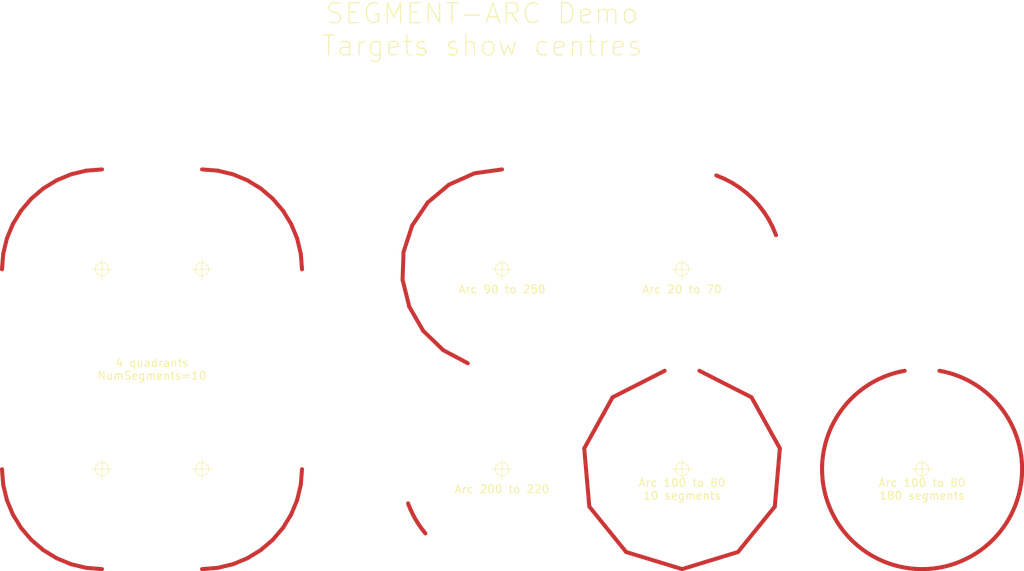
<source format=kicad_pcb>
(
kicad_pcb (version 4) (host pcbnew 4.0.4-stable)

  (general
    (links 0)
    (no_connects 0)
    (area 0 0 0 0)
    (thickness 1.6)
    (drawings 0)
    (tracks 0)
    (zones 0)
    (modules 1)
    (nets 1)
  )

  (page A4)
  (layers
    (0 F.Cu signal)
    (31 B.Cu signal)
    (32 B.Adhes user)
    (33 F.Adhes user)
    (34 B.Paste user)
    (35 F.Paste user)
    (36 B.SilkS user)
    (37 F.SilkS user)
    (38 B.Mask user)
    (39 F.Mask user)
    (40 Dwgs.User user)
    (41 Cmts.User user)
    (42 Eco1.User user)
    (43 Eco2.User user)
    (44 Edge.Cuts user)
    (45 Margin user)
    (46 B.CrtYd user)
    (47 F.CrtYd user)
    (48 B.Fab user)
    (49 F.Fab user)
  )

  (setup
    (last_trace_width 0.25)
    (trace_clearance 0.2)
    (zone_clearance 0.508)
    (zone_45_only no)
    (trace_min 0.2)
    (segment_width 0.2)
    (edge_width 0.15)
    (via_size 0.6)
    (via_drill 0.4)
    (via_min_size 0.4)
    (via_min_drill 0.3)
    (uvia_size 0.3)
    (uvia_drill 0.1)
    (uvias_allowed no)
    (uvia_min_size 0.2)
    (uvia_min_drill 0.1)
    (pcb_text_width 0.3)
    (pcb_text_size 1.5 1.5)
    (mod_edge_width 0.15)
    (mod_text_size 1 1)
    (mod_text_width 0.15)
    (pad_size 1.524 1.524)
    (pad_drill 0.762)
    (pad_to_mask_clearance 0.2)
    (aux_axis_origin 0 0)
    (visible_elements FFFFFF7F)
    (pcbplotparams
      (layerselection 0x00030_80000001)
      (usegerberextensions false)
      (excludeedgelayer true)
      (linewidth 0.100000)
      (plotframeref false)
      (viasonmask false)
      (mode 1)
      (useauxorigin false)
      (hpglpennumber 1)
      (hpglpenspeed 20)
      (hpglpendiameter 15)
      (hpglpenoverlay 2)
      (psnegative false)
      (psa4output false)
      (plotreference true)
      (plotvalue true)
      (plotinvisibletext false)
      (padsonsilk false)
      (subtractmaskfromsilk false)
      (outputformat 1)
      (mirror false)
      (drillshape 1)
      (scaleselection 1)
      (outputdirectory ""))
  )

  (net 0 "")

  (net_class Default "This is the default net class."
    (clearance 0.25)
    (trace_width 0.25)
    (via_dia 0.6)
    (via_drill 0.4)
    (uvia_dia 0.3)
    (uvia_drill 0.1)
  )



 (gr_text "SEGMENT-ARC Demo\nTargets show centres" (at 145.0000 20.0000 0.0000) (layer F.SilkS)
    (effects (font (size 5.0000 5.0000) (thickness .25))  )
  )


(segment (start 100.0000 80.0000) (end 99.6922 76.0891) (width 1.0000) (layer F.Cu) (net 0))

(segment (start 99.6922 76.0891) (end 98.7764 72.2746) (width 1.0000) (layer F.Cu) (net 0))

(segment (start 98.7764 72.2746) (end 97.2752 68.6502) (width 1.0000) (layer F.Cu) (net 0))

(segment (start 97.2752 68.6502) (end 95.2254 65.3054) (width 1.0000) (layer F.Cu) (net 0))

(segment (start 95.2254 65.3054) (end 92.6777 62.3223) (width 1.0000) (layer F.Cu) (net 0))

(segment (start 92.6777 62.3223) (end 89.6946 59.7746) (width 1.0000) (layer F.Cu) (net 0))

(segment (start 89.6946 59.7746) (end 86.3498 57.7248) (width 1.0000) (layer F.Cu) (net 0))

(segment (start 86.3498 57.7248) (end 82.7254 56.2236) (width 1.0000) (layer F.Cu) (net 0))

(segment (start 82.7254 56.2236) (end 78.9109 55.3078) (width 1.0000) (layer F.Cu) (net 0))

(segment (start 78.9109 55.3078) (end 75.0000 55.0000) (width 1.0000) (layer F.Cu) (net 0))
(target plus (at 75.0000 80.0000) (size 5.0000) (width 0.1500) (layer F.SilkS))


(segment (start 50.0000 55.0000) (end 46.0891 55.3078) (width 1.0000) (layer F.Cu) (net 0))

(segment (start 46.0891 55.3078) (end 42.2746 56.2236) (width 1.0000) (layer F.Cu) (net 0))

(segment (start 42.2746 56.2236) (end 38.6502 57.7248) (width 1.0000) (layer F.Cu) (net 0))

(segment (start 38.6502 57.7248) (end 35.3054 59.7746) (width 1.0000) (layer F.Cu) (net 0))

(segment (start 35.3054 59.7746) (end 32.3223 62.3223) (width 1.0000) (layer F.Cu) (net 0))

(segment (start 32.3223 62.3223) (end 29.7746 65.3054) (width 1.0000) (layer F.Cu) (net 0))

(segment (start 29.7746 65.3054) (end 27.7248 68.6502) (width 1.0000) (layer F.Cu) (net 0))

(segment (start 27.7248 68.6502) (end 26.2236 72.2746) (width 1.0000) (layer F.Cu) (net 0))

(segment (start 26.2236 72.2746) (end 25.3078 76.0891) (width 1.0000) (layer F.Cu) (net 0))

(segment (start 25.3078 76.0891) (end 25.0000 80.0000) (width 1.0000) (layer F.Cu) (net 0))
(target plus (at 50.0000 80.0000) (size 5.0000) (width 0.1500) (layer F.SilkS))


(segment (start 25.0000 130.0000) (end 25.3078 133.9109) (width 1.0000) (layer F.Cu) (net 0))

(segment (start 25.3078 133.9109) (end 26.2236 137.7254) (width 1.0000) (layer F.Cu) (net 0))

(segment (start 26.2236 137.7254) (end 27.7248 141.3498) (width 1.0000) (layer F.Cu) (net 0))

(segment (start 27.7248 141.3498) (end 29.7746 144.6946) (width 1.0000) (layer F.Cu) (net 0))

(segment (start 29.7746 144.6946) (end 32.3223 147.6777) (width 1.0000) (layer F.Cu) (net 0))

(segment (start 32.3223 147.6777) (end 35.3054 150.2254) (width 1.0000) (layer F.Cu) (net 0))

(segment (start 35.3054 150.2254) (end 38.6502 152.2752) (width 1.0000) (layer F.Cu) (net 0))

(segment (start 38.6502 152.2752) (end 42.2746 153.7764) (width 1.0000) (layer F.Cu) (net 0))

(segment (start 42.2746 153.7764) (end 46.0891 154.6922) (width 1.0000) (layer F.Cu) (net 0))

(segment (start 46.0891 154.6922) (end 50.0000 155.0000) (width 1.0000) (layer F.Cu) (net 0))
(target plus (at 50.0000 130.0000) (size 5.0000) (width 0.1500) (layer F.SilkS))


(segment (start 75.0000 155.0000) (end 78.9109 154.6922) (width 1.0000) (layer F.Cu) (net 0))

(segment (start 78.9109 154.6922) (end 82.7254 153.7764) (width 1.0000) (layer F.Cu) (net 0))

(segment (start 82.7254 153.7764) (end 86.3498 152.2752) (width 1.0000) (layer F.Cu) (net 0))

(segment (start 86.3498 152.2752) (end 89.6946 150.2254) (width 1.0000) (layer F.Cu) (net 0))

(segment (start 89.6946 150.2254) (end 92.6777 147.6777) (width 1.0000) (layer F.Cu) (net 0))

(segment (start 92.6777 147.6777) (end 95.2254 144.6946) (width 1.0000) (layer F.Cu) (net 0))

(segment (start 95.2254 144.6946) (end 97.2752 141.3498) (width 1.0000) (layer F.Cu) (net 0))

(segment (start 97.2752 141.3498) (end 98.7764 137.7254) (width 1.0000) (layer F.Cu) (net 0))

(segment (start 98.7764 137.7254) (end 99.6922 133.9109) (width 1.0000) (layer F.Cu) (net 0))

(segment (start 99.6922 133.9109) (end 100.0000 130.0000) (width 1.0000) (layer F.Cu) (net 0))
(target plus (at 75.0000 130.0000) (size 5.0000) (width 0.1500) (layer F.SilkS))
 (gr_text "4 quadrants\nNumSegments=10" (at 62.5000 105.0000 0.0000) (layer F.SilkS)
    (effects (font (size 2.0000 2.0000) (thickness .25))  )
  )


(segment (start 150.0000 55.0000) (end 143.1091 55.9685) (width 1.0000) (layer F.Cu) (net 0))

(segment (start 143.1091 55.9685) (end 136.7520 58.7988) (width 1.0000) (layer F.Cu) (net 0))

(segment (start 136.7520 58.7988) (end 131.4214 63.2717) (width 1.0000) (layer F.Cu) (net 0))

(segment (start 131.4214 63.2717) (end 127.5301 69.0407) (width 1.0000) (layer F.Cu) (net 0))

(segment (start 127.5301 69.0407) (end 125.3798 75.6588) (width 1.0000) (layer F.Cu) (net 0))

(segment (start 125.3798 75.6588) (end 125.1370 82.6132) (width 1.0000) (layer F.Cu) (net 0))

(segment (start 125.1370 82.6132) (end 126.8204 89.3652) (width 1.0000) (layer F.Cu) (net 0))

(segment (start 126.8204 89.3652) (end 130.2997 95.3915) (width 1.0000) (layer F.Cu) (net 0))

(segment (start 130.2997 95.3915) (end 135.3054 100.2254) (width 1.0000) (layer F.Cu) (net 0))

(segment (start 135.3054 100.2254) (end 141.4495 103.4923) (width 1.0000) (layer F.Cu) (net 0))
(target plus (at 150.0000 80.0000) (size 5.0000) (width 0.1500) (layer F.SilkS))
 (gr_text "Arc 90 to 250" (at 150.0000 85.0000 0.0000) (layer F.SilkS)
    (effects (font (size 2.0000 2.0000) (thickness .25))  )
  )


(segment (start 218.4923 71.4495) (end 217.6577 69.4345) (width 1.0000) (layer F.Cu) (net 0))

(segment (start 217.6577 69.4345) (end 216.6506 67.5000) (width 1.0000) (layer F.Cu) (net 0))

(segment (start 216.6506 67.5000) (end 215.4788 65.6606) (width 1.0000) (layer F.Cu) (net 0))

(segment (start 215.4788 65.6606) (end 214.1511 63.9303) (width 1.0000) (layer F.Cu) (net 0))

(segment (start 214.1511 63.9303) (end 212.6777 62.3223) (width 1.0000) (layer F.Cu) (net 0))

(segment (start 212.6777 62.3223) (end 211.0697 60.8489) (width 1.0000) (layer F.Cu) (net 0))

(segment (start 211.0697 60.8489) (end 209.3394 59.5212) (width 1.0000) (layer F.Cu) (net 0))

(segment (start 209.3394 59.5212) (end 207.5000 58.3494) (width 1.0000) (layer F.Cu) (net 0))

(segment (start 207.5000 58.3494) (end 205.5655 57.3423) (width 1.0000) (layer F.Cu) (net 0))

(segment (start 205.5655 57.3423) (end 203.5505 56.5077) (width 1.0000) (layer F.Cu) (net 0))
(target plus (at 195.0000 80.0000) (size 5.0000) (width 0.1500) (layer F.SilkS))
 (gr_text "Arc 20 to 70" (at 195.0000 85.0000 0.0000) (layer F.SilkS)
    (effects (font (size 2.0000 2.0000) (thickness .25))  )
  )


(segment (start 126.5077 138.5505) (end 126.8204 139.3652) (width 1.0000) (layer F.Cu) (net 0))

(segment (start 126.8204 139.3652) (end 127.1614 140.1684) (width 1.0000) (layer F.Cu) (net 0))

(segment (start 127.1614 140.1684) (end 127.5301 140.9593) (width 1.0000) (layer F.Cu) (net 0))

(segment (start 127.5301 140.9593) (end 127.9263 141.7368) (width 1.0000) (layer F.Cu) (net 0))

(segment (start 127.9263 141.7368) (end 128.3494 142.5000) (width 1.0000) (layer F.Cu) (net 0))

(segment (start 128.3494 142.5000) (end 128.7988 143.2480) (width 1.0000) (layer F.Cu) (net 0))

(segment (start 128.7988 143.2480) (end 129.2741 143.9798) (width 1.0000) (layer F.Cu) (net 0))

(segment (start 129.2741 143.9798) (end 129.7746 144.6946) (width 1.0000) (layer F.Cu) (net 0))

(segment (start 129.7746 144.6946) (end 130.2997 145.3915) (width 1.0000) (layer F.Cu) (net 0))

(segment (start 130.2997 145.3915) (end 130.8489 146.0697) (width 1.0000) (layer F.Cu) (net 0))
(target plus (at 150.0000 130.0000) (size 5.0000) (width 0.1500) (layer F.SilkS))
 (gr_text "Arc 200 to 220" (at 150.0000 135.0000 0.0000) (layer F.SilkS)
    (effects (font (size 2.0000 2.0000) (thickness .25))  )
  )


(segment (start 190.6588 105.3798) (end 177.6335 112.0165) (width 1.0000) (layer F.Cu) (net 0))

(segment (start 177.6335 112.0165) (end 170.5463 124.8022) (width 1.0000) (layer F.Cu) (net 0))

(segment (start 170.5463 124.8022) (end 171.8204 139.3652) (width 1.0000) (layer F.Cu) (net 0))

(segment (start 171.8204 139.3652) (end 181.0202 150.7259) (width 1.0000) (layer F.Cu) (net 0))

(segment (start 181.0202 150.7259) (end 195.0000 155.0000) (width 1.0000) (layer F.Cu) (net 0))

(segment (start 195.0000 155.0000) (end 208.9798 150.7259) (width 1.0000) (layer F.Cu) (net 0))

(segment (start 208.9798 150.7259) (end 218.1796 139.3652) (width 1.0000) (layer F.Cu) (net 0))

(segment (start 218.1796 139.3652) (end 219.4537 124.8022) (width 1.0000) (layer F.Cu) (net 0))

(segment (start 219.4537 124.8022) (end 212.3665 112.0165) (width 1.0000) (layer F.Cu) (net 0))

(segment (start 212.3665 112.0165) (end 199.3412 105.3798) (width 1.0000) (layer F.Cu) (net 0))
(target plus (at 195.0000 130.0000) (size 5.0000) (width 0.1500) (layer F.SilkS))
 (gr_text "Arc 100 to 80\n10 segments" (at 195.0000 135.0000 0.0000) (layer F.SilkS)
    (effects (font (size 2.0000 2.0000) (thickness .25))  )
  )


(segment (start 250.6588 105.3798) (end 249.8496 105.5363) (width 1.0000) (layer F.Cu) (net 0))

(segment (start 249.8496 105.5363) (end 249.0461 105.7193) (width 1.0000) (layer F.Cu) (net 0))

(segment (start 249.0461 105.7193) (end 248.2490 105.9288) (width 1.0000) (layer F.Cu) (net 0))

(segment (start 248.2490 105.9288) (end 247.4592 106.1644) (width 1.0000) (layer F.Cu) (net 0))

(segment (start 247.4592 106.1644) (end 246.6777 106.4259) (width 1.0000) (layer F.Cu) (net 0))

(segment (start 246.6777 106.4259) (end 245.9052 106.7130) (width 1.0000) (layer F.Cu) (net 0))

(segment (start 245.9052 106.7130) (end 245.1425 107.0254) (width 1.0000) (layer F.Cu) (net 0))

(segment (start 245.1425 107.0254) (end 244.3906 107.3628) (width 1.0000) (layer F.Cu) (net 0))

(segment (start 244.3906 107.3628) (end 243.6502 107.7248) (width 1.0000) (layer F.Cu) (net 0))

(segment (start 243.6502 107.7248) (end 242.9222 108.1110) (width 1.0000) (layer F.Cu) (net 0))

(segment (start 242.9222 108.1110) (end 242.2073 108.5210) (width 1.0000) (layer F.Cu) (net 0))

(segment (start 242.2073 108.5210) (end 241.5062 108.9544) (width 1.0000) (layer F.Cu) (net 0))

(segment (start 241.5062 108.9544) (end 240.8199 109.4106) (width 1.0000) (layer F.Cu) (net 0))

(segment (start 240.8199 109.4106) (end 240.1489 109.8892) (width 1.0000) (layer F.Cu) (net 0))

(segment (start 240.1489 109.8892) (end 239.4941 110.3896) (width 1.0000) (layer F.Cu) (net 0))

(segment (start 239.4941 110.3896) (end 238.8562 110.9114) (width 1.0000) (layer F.Cu) (net 0))

(segment (start 238.8562 110.9114) (end 238.2357 111.4539) (width 1.0000) (layer F.Cu) (net 0))

(segment (start 238.2357 111.4539) (end 237.6335 112.0165) (width 1.0000) (layer F.Cu) (net 0))

(segment (start 237.6335 112.0165) (end 237.0502 112.5987) (width 1.0000) (layer F.Cu) (net 0))

(segment (start 237.0502 112.5987) (end 236.4864 113.1998) (width 1.0000) (layer F.Cu) (net 0))

(segment (start 236.4864 113.1998) (end 235.9427 113.8192) (width 1.0000) (layer F.Cu) (net 0))

(segment (start 235.9427 113.8192) (end 235.4197 114.4561) (width 1.0000) (layer F.Cu) (net 0))

(segment (start 235.4197 114.4561) (end 234.9180 115.1100) (width 1.0000) (layer F.Cu) (net 0))

(segment (start 234.9180 115.1100) (end 234.4381 115.7800) (width 1.0000) (layer F.Cu) (net 0))

(segment (start 234.4381 115.7800) (end 233.9806 116.4654) (width 1.0000) (layer F.Cu) (net 0))

(segment (start 233.9806 116.4654) (end 233.5459 117.1656) (width 1.0000) (layer F.Cu) (net 0))

(segment (start 233.5459 117.1656) (end 233.1345 117.8798) (width 1.0000) (layer F.Cu) (net 0))

(segment (start 233.1345 117.8798) (end 232.7469 118.6071) (width 1.0000) (layer F.Cu) (net 0))

(segment (start 232.7469 118.6071) (end 232.3835 119.3467) (width 1.0000) (layer F.Cu) (net 0))

(segment (start 232.3835 119.3467) (end 232.0446 120.0980) (width 1.0000) (layer F.Cu) (net 0))

(segment (start 232.0446 120.0980) (end 231.7307 120.8600) (width 1.0000) (layer F.Cu) (net 0))

(segment (start 231.7307 120.8600) (end 231.4421 121.6320) (width 1.0000) (layer F.Cu) (net 0))

(segment (start 231.4421 121.6320) (end 231.1790 122.4130) (width 1.0000) (layer F.Cu) (net 0))

(segment (start 231.1790 122.4130) (end 230.9419 123.2023) (width 1.0000) (layer F.Cu) (net 0))

(segment (start 230.9419 123.2023) (end 230.7309 123.9990) (width 1.0000) (layer F.Cu) (net 0))

(segment (start 230.7309 123.9990) (end 230.5463 124.8022) (width 1.0000) (layer F.Cu) (net 0))

(segment (start 230.5463 124.8022) (end 230.3883 125.6111) (width 1.0000) (layer F.Cu) (net 0))

(segment (start 230.3883 125.6111) (end 230.2570 126.4247) (width 1.0000) (layer F.Cu) (net 0))

(segment (start 230.2570 126.4247) (end 230.1526 127.2422) (width 1.0000) (layer F.Cu) (net 0))

(segment (start 230.1526 127.2422) (end 230.0752 128.0627) (width 1.0000) (layer F.Cu) (net 0))

(segment (start 230.0752 128.0627) (end 230.0249 128.8853) (width 1.0000) (layer F.Cu) (net 0))

(segment (start 230.0249 128.8853) (end 230.0017 129.7091) (width 1.0000) (layer F.Cu) (net 0))

(segment (start 230.0017 129.7091) (end 230.0057 130.5333) (width 1.0000) (layer F.Cu) (net 0))

(segment (start 230.0057 130.5333) (end 230.0368 131.3568) (width 1.0000) (layer F.Cu) (net 0))

(segment (start 230.0368 131.3568) (end 230.0951 132.1789) (width 1.0000) (layer F.Cu) (net 0))

(segment (start 230.0951 132.1789) (end 230.1805 132.9986) (width 1.0000) (layer F.Cu) (net 0))

(segment (start 230.1805 132.9986) (end 230.2928 133.8151) (width 1.0000) (layer F.Cu) (net 0))

(segment (start 230.2928 133.8151) (end 230.4320 134.6274) (width 1.0000) (layer F.Cu) (net 0))

(segment (start 230.4320 134.6274) (end 230.5979 135.4347) (width 1.0000) (layer F.Cu) (net 0))

(segment (start 230.5979 135.4347) (end 230.7903 136.2360) (width 1.0000) (layer F.Cu) (net 0))

(segment (start 230.7903 136.2360) (end 231.0090 137.0306) (width 1.0000) (layer F.Cu) (net 0))

(segment (start 231.0090 137.0306) (end 231.2537 137.8176) (width 1.0000) (layer F.Cu) (net 0))

(segment (start 231.2537 137.8176) (end 231.5243 138.5960) (width 1.0000) (layer F.Cu) (net 0))

(segment (start 231.5243 138.5960) (end 231.8204 139.3652) (width 1.0000) (layer F.Cu) (net 0))

(segment (start 231.8204 139.3652) (end 232.1417 140.1241) (width 1.0000) (layer F.Cu) (net 0))

(segment (start 232.1417 140.1241) (end 232.4878 140.8720) (width 1.0000) (layer F.Cu) (net 0))

(segment (start 232.4878 140.8720) (end 232.8584 141.6082) (width 1.0000) (layer F.Cu) (net 0))

(segment (start 232.8584 141.6082) (end 233.2531 142.3317) (width 1.0000) (layer F.Cu) (net 0))

(segment (start 233.2531 142.3317) (end 233.6713 143.0418) (width 1.0000) (layer F.Cu) (net 0))

(segment (start 233.6713 143.0418) (end 234.1128 143.7377) (width 1.0000) (layer F.Cu) (net 0))

(segment (start 234.1128 143.7377) (end 234.5770 144.4187) (width 1.0000) (layer F.Cu) (net 0))

(segment (start 234.5770 144.4187) (end 235.0633 145.0841) (width 1.0000) (layer F.Cu) (net 0))

(segment (start 235.0633 145.0841) (end 235.5714 145.7330) (width 1.0000) (layer F.Cu) (net 0))

(segment (start 235.5714 145.7330) (end 236.1005 146.3649) (width 1.0000) (layer F.Cu) (net 0))

(segment (start 236.1005 146.3649) (end 236.6502 146.9789) (width 1.0000) (layer F.Cu) (net 0))

(segment (start 236.6502 146.9789) (end 237.2198 147.5745) (width 1.0000) (layer F.Cu) (net 0))

(segment (start 237.2198 147.5745) (end 237.8087 148.1510) (width 1.0000) (layer F.Cu) (net 0))

(segment (start 237.8087 148.1510) (end 238.4164 148.7078) (width 1.0000) (layer F.Cu) (net 0))

(segment (start 238.4164 148.7078) (end 239.0420 149.2443) (width 1.0000) (layer F.Cu) (net 0))

(segment (start 239.0420 149.2443) (end 239.6850 149.7598) (width 1.0000) (layer F.Cu) (net 0))

(segment (start 239.6850 149.7598) (end 240.3446 150.2539) (width 1.0000) (layer F.Cu) (net 0))

(segment (start 240.3446 150.2539) (end 241.0202 150.7259) (width 1.0000) (layer F.Cu) (net 0))

(segment (start 241.0202 150.7259) (end 241.7109 151.1755) (width 1.0000) (layer F.Cu) (net 0))

(segment (start 241.7109 151.1755) (end 242.4161 151.6020) (width 1.0000) (layer F.Cu) (net 0))

(segment (start 242.4161 151.6020) (end 243.1350 152.0050) (width 1.0000) (layer F.Cu) (net 0))

(segment (start 243.1350 152.0050) (end 243.8668 152.3842) (width 1.0000) (layer F.Cu) (net 0))

(segment (start 243.8668 152.3842) (end 244.6106 152.7390) (width 1.0000) (layer F.Cu) (net 0))

(segment (start 244.6106 152.7390) (end 245.3658 153.0691) (width 1.0000) (layer F.Cu) (net 0))

(segment (start 245.3658 153.0691) (end 246.1314 153.3741) (width 1.0000) (layer F.Cu) (net 0))

(segment (start 246.1314 153.3741) (end 246.9067 153.6537) (width 1.0000) (layer F.Cu) (net 0))

(segment (start 246.9067 153.6537) (end 247.6907 153.9076) (width 1.0000) (layer F.Cu) (net 0))

(segment (start 247.6907 153.9076) (end 248.4827 154.1356) (width 1.0000) (layer F.Cu) (net 0))

(segment (start 248.4827 154.1356) (end 249.2818 154.3373) (width 1.0000) (layer F.Cu) (net 0))

(segment (start 249.2818 154.3373) (end 250.0871 154.5125) (width 1.0000) (layer F.Cu) (net 0))

(segment (start 250.0871 154.5125) (end 250.8977 154.6611) (width 1.0000) (layer F.Cu) (net 0))

(segment (start 250.8977 154.6611) (end 251.7128 154.7829) (width 1.0000) (layer F.Cu) (net 0))

(segment (start 251.7128 154.7829) (end 252.5315 154.8778) (width 1.0000) (layer F.Cu) (net 0))

(segment (start 252.5315 154.8778) (end 253.3528 154.9457) (width 1.0000) (layer F.Cu) (net 0))

(segment (start 253.3528 154.9457) (end 254.1760 154.9864) (width 1.0000) (layer F.Cu) (net 0))

(segment (start 254.1760 154.9864) (end 255.0000 155.0000) (width 1.0000) (layer F.Cu) (net 0))

(segment (start 255.0000 155.0000) (end 255.8240 154.9864) (width 1.0000) (layer F.Cu) (net 0))

(segment (start 255.8240 154.9864) (end 256.6472 154.9457) (width 1.0000) (layer F.Cu) (net 0))

(segment (start 256.6472 154.9457) (end 257.4685 154.8778) (width 1.0000) (layer F.Cu) (net 0))

(segment (start 257.4685 154.8778) (end 258.2872 154.7829) (width 1.0000) (layer F.Cu) (net 0))

(segment (start 258.2872 154.7829) (end 259.1023 154.6611) (width 1.0000) (layer F.Cu) (net 0))

(segment (start 259.1023 154.6611) (end 259.9129 154.5125) (width 1.0000) (layer F.Cu) (net 0))

(segment (start 259.9129 154.5125) (end 260.7182 154.3373) (width 1.0000) (layer F.Cu) (net 0))

(segment (start 260.7182 154.3373) (end 261.5173 154.1356) (width 1.0000) (layer F.Cu) (net 0))

(segment (start 261.5173 154.1356) (end 262.3093 153.9076) (width 1.0000) (layer F.Cu) (net 0))

(segment (start 262.3093 153.9076) (end 263.0933 153.6537) (width 1.0000) (layer F.Cu) (net 0))

(segment (start 263.0933 153.6537) (end 263.8686 153.3741) (width 1.0000) (layer F.Cu) (net 0))

(segment (start 263.8686 153.3741) (end 264.6342 153.0691) (width 1.0000) (layer F.Cu) (net 0))

(segment (start 264.6342 153.0691) (end 265.3894 152.7390) (width 1.0000) (layer F.Cu) (net 0))

(segment (start 265.3894 152.7390) (end 266.1332 152.3842) (width 1.0000) (layer F.Cu) (net 0))

(segment (start 266.1332 152.3842) (end 266.8650 152.0050) (width 1.0000) (layer F.Cu) (net 0))

(segment (start 266.8650 152.0050) (end 267.5839 151.6020) (width 1.0000) (layer F.Cu) (net 0))

(segment (start 267.5839 151.6020) (end 268.2891 151.1755) (width 1.0000) (layer F.Cu) (net 0))

(segment (start 268.2891 151.1755) (end 268.9798 150.7259) (width 1.0000) (layer F.Cu) (net 0))

(segment (start 268.9798 150.7259) (end 269.6554 150.2539) (width 1.0000) (layer F.Cu) (net 0))

(segment (start 269.6554 150.2539) (end 270.3150 149.7598) (width 1.0000) (layer F.Cu) (net 0))

(segment (start 270.3150 149.7598) (end 270.9580 149.2443) (width 1.0000) (layer F.Cu) (net 0))

(segment (start 270.9580 149.2443) (end 271.5836 148.7078) (width 1.0000) (layer F.Cu) (net 0))

(segment (start 271.5836 148.7078) (end 272.1913 148.1510) (width 1.0000) (layer F.Cu) (net 0))

(segment (start 272.1913 148.1510) (end 272.7802 147.5745) (width 1.0000) (layer F.Cu) (net 0))

(segment (start 272.7802 147.5745) (end 273.3498 146.9789) (width 1.0000) (layer F.Cu) (net 0))

(segment (start 273.3498 146.9789) (end 273.8995 146.3649) (width 1.0000) (layer F.Cu) (net 0))

(segment (start 273.8995 146.3649) (end 274.4286 145.7330) (width 1.0000) (layer F.Cu) (net 0))

(segment (start 274.4286 145.7330) (end 274.9367 145.0841) (width 1.0000) (layer F.Cu) (net 0))

(segment (start 274.9367 145.0841) (end 275.4230 144.4187) (width 1.0000) (layer F.Cu) (net 0))

(segment (start 275.4230 144.4187) (end 275.8872 143.7377) (width 1.0000) (layer F.Cu) (net 0))

(segment (start 275.8872 143.7377) (end 276.3287 143.0418) (width 1.0000) (layer F.Cu) (net 0))

(segment (start 276.3287 143.0418) (end 276.7469 142.3317) (width 1.0000) (layer F.Cu) (net 0))

(segment (start 276.7469 142.3317) (end 277.1416 141.6082) (width 1.0000) (layer F.Cu) (net 0))

(segment (start 277.1416 141.6082) (end 277.5122 140.8720) (width 1.0000) (layer F.Cu) (net 0))

(segment (start 277.5122 140.8720) (end 277.8583 140.1241) (width 1.0000) (layer F.Cu) (net 0))

(segment (start 277.8583 140.1241) (end 278.1796 139.3652) (width 1.0000) (layer F.Cu) (net 0))

(segment (start 278.1796 139.3652) (end 278.4757 138.5960) (width 1.0000) (layer F.Cu) (net 0))

(segment (start 278.4757 138.5960) (end 278.7463 137.8176) (width 1.0000) (layer F.Cu) (net 0))

(segment (start 278.7463 137.8176) (end 278.9910 137.0306) (width 1.0000) (layer F.Cu) (net 0))

(segment (start 278.9910 137.0306) (end 279.2097 136.2360) (width 1.0000) (layer F.Cu) (net 0))

(segment (start 279.2097 136.2360) (end 279.4021 135.4347) (width 1.0000) (layer F.Cu) (net 0))

(segment (start 279.4021 135.4347) (end 279.5680 134.6274) (width 1.0000) (layer F.Cu) (net 0))

(segment (start 279.5680 134.6274) (end 279.7072 133.8151) (width 1.0000) (layer F.Cu) (net 0))

(segment (start 279.7072 133.8151) (end 279.8195 132.9986) (width 1.0000) (layer F.Cu) (net 0))

(segment (start 279.8195 132.9986) (end 279.9049 132.1789) (width 1.0000) (layer F.Cu) (net 0))

(segment (start 279.9049 132.1789) (end 279.9632 131.3568) (width 1.0000) (layer F.Cu) (net 0))

(segment (start 279.9632 131.3568) (end 279.9943 130.5333) (width 1.0000) (layer F.Cu) (net 0))

(segment (start 279.9943 130.5333) (end 279.9983 129.7091) (width 1.0000) (layer F.Cu) (net 0))

(segment (start 279.9983 129.7091) (end 279.9751 128.8853) (width 1.0000) (layer F.Cu) (net 0))

(segment (start 279.9751 128.8853) (end 279.9248 128.0627) (width 1.0000) (layer F.Cu) (net 0))

(segment (start 279.9248 128.0627) (end 279.8474 127.2422) (width 1.0000) (layer F.Cu) (net 0))

(segment (start 279.8474 127.2422) (end 279.7430 126.4247) (width 1.0000) (layer F.Cu) (net 0))

(segment (start 279.7430 126.4247) (end 279.6117 125.6111) (width 1.0000) (layer F.Cu) (net 0))

(segment (start 279.6117 125.6111) (end 279.4537 124.8022) (width 1.0000) (layer F.Cu) (net 0))

(segment (start 279.4537 124.8022) (end 279.2691 123.9990) (width 1.0000) (layer F.Cu) (net 0))

(segment (start 279.2691 123.9990) (end 279.0581 123.2023) (width 1.0000) (layer F.Cu) (net 0))

(segment (start 279.0581 123.2023) (end 278.8210 122.4130) (width 1.0000) (layer F.Cu) (net 0))

(segment (start 278.8210 122.4130) (end 278.5579 121.6320) (width 1.0000) (layer F.Cu) (net 0))

(segment (start 278.5579 121.6320) (end 278.2693 120.8600) (width 1.0000) (layer F.Cu) (net 0))

(segment (start 278.2693 120.8600) (end 277.9554 120.0980) (width 1.0000) (layer F.Cu) (net 0))

(segment (start 277.9554 120.0980) (end 277.6165 119.3467) (width 1.0000) (layer F.Cu) (net 0))

(segment (start 277.6165 119.3467) (end 277.2531 118.6071) (width 1.0000) (layer F.Cu) (net 0))

(segment (start 277.2531 118.6071) (end 276.8655 117.8798) (width 1.0000) (layer F.Cu) (net 0))

(segment (start 276.8655 117.8798) (end 276.4541 117.1656) (width 1.0000) (layer F.Cu) (net 0))

(segment (start 276.4541 117.1656) (end 276.0194 116.4654) (width 1.0000) (layer F.Cu) (net 0))

(segment (start 276.0194 116.4654) (end 275.5619 115.7800) (width 1.0000) (layer F.Cu) (net 0))

(segment (start 275.5619 115.7800) (end 275.0820 115.1100) (width 1.0000) (layer F.Cu) (net 0))

(segment (start 275.0820 115.1100) (end 274.5803 114.4561) (width 1.0000) (layer F.Cu) (net 0))

(segment (start 274.5803 114.4561) (end 274.0573 113.8192) (width 1.0000) (layer F.Cu) (net 0))

(segment (start 274.0573 113.8192) (end 273.5136 113.1998) (width 1.0000) (layer F.Cu) (net 0))

(segment (start 273.5136 113.1998) (end 272.9498 112.5987) (width 1.0000) (layer F.Cu) (net 0))

(segment (start 272.9498 112.5987) (end 272.3665 112.0165) (width 1.0000) (layer F.Cu) (net 0))

(segment (start 272.3665 112.0165) (end 271.7643 111.4539) (width 1.0000) (layer F.Cu) (net 0))

(segment (start 271.7643 111.4539) (end 271.1438 110.9114) (width 1.0000) (layer F.Cu) (net 0))

(segment (start 271.1438 110.9114) (end 270.5059 110.3896) (width 1.0000) (layer F.Cu) (net 0))

(segment (start 270.5059 110.3896) (end 269.8511 109.8892) (width 1.0000) (layer F.Cu) (net 0))

(segment (start 269.8511 109.8892) (end 269.1801 109.4106) (width 1.0000) (layer F.Cu) (net 0))

(segment (start 269.1801 109.4106) (end 268.4938 108.9544) (width 1.0000) (layer F.Cu) (net 0))

(segment (start 268.4938 108.9544) (end 267.7927 108.5210) (width 1.0000) (layer F.Cu) (net 0))

(segment (start 267.7927 108.5210) (end 267.0778 108.1110) (width 1.0000) (layer F.Cu) (net 0))

(segment (start 267.0778 108.1110) (end 266.3498 107.7248) (width 1.0000) (layer F.Cu) (net 0))

(segment (start 266.3498 107.7248) (end 265.6094 107.3628) (width 1.0000) (layer F.Cu) (net 0))

(segment (start 265.6094 107.3628) (end 264.8575 107.0254) (width 1.0000) (layer F.Cu) (net 0))

(segment (start 264.8575 107.0254) (end 264.0948 106.7130) (width 1.0000) (layer F.Cu) (net 0))

(segment (start 264.0948 106.7130) (end 263.3223 106.4259) (width 1.0000) (layer F.Cu) (net 0))

(segment (start 263.3223 106.4259) (end 262.5408 106.1644) (width 1.0000) (layer F.Cu) (net 0))

(segment (start 262.5408 106.1644) (end 261.7510 105.9288) (width 1.0000) (layer F.Cu) (net 0))

(segment (start 261.7510 105.9288) (end 260.9539 105.7193) (width 1.0000) (layer F.Cu) (net 0))

(segment (start 260.9539 105.7193) (end 260.1504 105.5363) (width 1.0000) (layer F.Cu) (net 0))

(segment (start 260.1504 105.5363) (end 259.3412 105.3798) (width 1.0000) (layer F.Cu) (net 0))
(target plus (at 255.0000 130.0000) (size 5.0000) (width 0.1500) (layer F.SilkS))
 (gr_text "Arc 100 to 80\n180 segments" (at 255.0000 135.0000 0.0000) (layer F.SilkS)
    (effects (font (size 2.0000 2.0000) (thickness .25))  )
  ))
</source>
